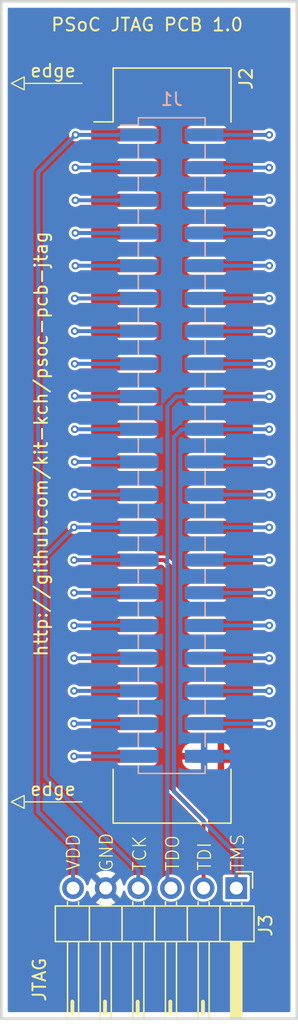
<source format=kicad_pcb>
(kicad_pcb (version 20241229) (generator "pcbnew") (generator_version "9.0")
  (layers (0 "F.Cu" signal) (2 "B.Cu" signal) (13 "F.Paste" user) (15 "B.Paste" user) (5 "F.SilkS" user "F.Silkscreen") (7 "B.SilkS" user "B.Silkscreen") (1 "F.Mask" user) (3 "B.Mask" user) (25 "Edge.Cuts" user))
  (net 0 "")
  (net 1 "/WIRE_5")
  (net 2 "/WIRE_37")
  (net 3 "/WIRE_29")
  (net 4 "/WIRE_14")
  (net 5 "/WIRE_38")
  (net 6 "/WIRE_34")
  (net 7 "/WIRE_23")
  (net 8 "/WIRE_8")
  (net 9 "/WIRE_2")
  (net 10 "/WIRE_24")
  (net 11 "/WIRE_4")
  (net 12 "/GND")
  (net 13 "/WIRE_21")
  (net 14 "/WIRE_7")
  (net 15 "/WIRE_9")
  (net 16 "/TMS")
  (net 17 "/WIRE_16")
  (net 18 "/WIRE_39")
  (net 19 "/WIRE_13")
  (net 20 "/TCK")
  (net 21 "/WIRE_10")
  (net 22 "/WIRE_33")
  (net 23 "/WIRE_36")
  (net 24 "/WIRE_12")
  (net 25 "/WIRE_28")
  (net 26 "/VDD")
  (net 27 "/WIRE_26")
  (net 28 "/WIRE_32")
  (net 29 "/WIRE_17")
  (net 30 "/WIRE_11")
  (net 31 "/WIRE_19")
  (net 32 "/WIRE_30")
  (net 33 "/TDI")
  (net 34 "/TDO")
  (net 35 "/WIRE_6")
  (net 36 "/WIRE_15")
  (net 37 "/WIRE_31")
  (net 38 "/WIRE_22")
  (net 39 "/WIRE_35")
  (net 40 "/WIRE_3")
  (footprint "Connector_PinHeader_2.54mm:PinHeader_1x06_P2.54mm_Horizontal" (layer "F.Cu") (at 98.9838 88.9762 -90)
    (property "Reference" "J3" (at 2.8956 -2.286 90) (layer "F.SilkS"))
    (property "Value" "JTAG" (at 7.112 15.3162 90) (layer "F.SilkS"))
    (fp_line (start 1.39 14.08) (end 4.15 14.08) (stroke (width 0.12)) (layer "F.SilkS"))
    (fp_line (start 4.15 14.08) (end 4.15 -1.38) (stroke (width 0.12)) (layer "F.SilkS"))
    (fp_line (start 1.077358 13.13) (end 1.39 13.13) (stroke (width 0.12)) (layer "F.SilkS"))
    (fp_line (start 10.15 13.13) (end 4.15 13.13) (stroke (width 0.12)) (layer "F.SilkS"))
    (fp_line (start 1.077358 12.27) (end 1.39 12.27) (stroke (width 0.12)) (layer "F.SilkS"))
    (fp_line (start 4.15 12.27) (end 10.15 12.27) (stroke (width 0.12)) (layer "F.SilkS"))
    (fp_line (start 10.15 12.27) (end 10.15 13.13) (stroke (width 0.12)) (layer "F.SilkS"))
    (fp_line (start 1.39 11.43) (end 4.15 11.43) (stroke (width 0.12)) (layer "F.SilkS"))
    (fp_line (start 1.077358 10.59) (end 1.39 10.59) (stroke (width 0.12)) (layer "F.SilkS"))
    (fp_line (start 10.15 10.59) (end 4.15 10.59) (stroke (width 0.12)) (layer "F.SilkS"))
    (fp_line (start 1.077358 9.73) (end 1.39 9.73) (stroke (width 0.12)) (layer "F.SilkS"))
    (fp_line (start 4.15 9.73) (end 10.15 9.73) (stroke (width 0.12)) (layer "F.SilkS"))
    (fp_line (start 10.15 9.73) (end 10.15 10.59) (stroke (width 0.12)) (layer "F.SilkS"))
    (fp_line (start 1.39 8.89) (end 4.15 8.89) (stroke (width 0.12)) (layer "F.SilkS"))
    (fp_line (start 1.077358 8.05) (end 1.39 8.05) (stroke (width 0.12)) (layer "F.SilkS"))
    (fp_line (start 10.15 8.05) (end 4.15 8.05) (stroke (width 0.12)) (layer "F.SilkS"))
    (fp_line (start 1.077358 7.19) (end 1.39 7.19) (stroke (width 0.12)) (layer "F.SilkS"))
    (fp_line (start 4.15 7.19) (end 10.15 7.19) (stroke (width 0.12)) (layer "F.SilkS"))
    (fp_line (start 10.15 7.19) (end 10.15 8.05) (stroke (width 0.12)) (layer "F.SilkS"))
    (fp_line (start 1.39 6.35) (end 4.15 6.35) (stroke (width 0.12)) (layer "F.SilkS"))
    (fp_line (start 1.077358 5.51) (end 1.39 5.51) (stroke (width 0.12)) (layer "F.SilkS"))
    (fp_line (start 10.15 5.51) (end 4.15 5.51) (stroke (width 0.12)) (layer "F.SilkS"))
    (fp_line (start 1.077358 4.65) (end 1.39 4.65) (stroke (width 0.12)) (layer "F.SilkS"))
    (fp_line (start 4.15 4.65) (end 10.15 4.65) (stroke (width 0.12)) (layer "F.SilkS"))
    (fp_line (start 10.15 4.65) (end 10.15 5.51) (stroke (width 0.12)) (layer "F.SilkS"))
    (fp_line (start 1.39 3.81) (end 4.15 3.81) (stroke (width 0.12)) (layer "F.SilkS"))
    (fp_line (start 1.077358 2.97) (end 1.39 2.97) (stroke (width 0.12)) (layer "F.SilkS"))
    (fp_line (start 10.15 2.97) (end 4.15 2.97) (stroke (width 0.12)) (layer "F.SilkS"))
    (fp_line (start 1.077358 2.11) (end 1.39 2.11) (stroke (width 0.12)) (layer "F.SilkS"))
    (fp_line (start 4.15 2.11) (end 10.15 2.11) (stroke (width 0.12)) (layer "F.SilkS"))
    (fp_line (start 10.15 2.11) (end 10.15 2.97) (stroke (width 0.12)) (layer "F.SilkS"))
    (fp_line (start 1.39 1.27) (end 4.15 1.27) (stroke (width 0.12)) (layer "F.SilkS"))
    (fp_line (start 1.16 0.43) (end 1.39 0.43) (stroke (width 0.12)) (layer "F.SilkS"))
    (fp_line (start -1.27 0) (end -1.27 -1.27) (stroke (width 0.12)) (layer "F.SilkS"))
    (fp_line (start 1.16 -0.43) (end 1.39 -0.43) (stroke (width 0.12)) (layer "F.SilkS"))
    (fp_line (start -1.27 -1.27) (end 0 -1.27) (stroke (width 0.12)) (layer "F.SilkS"))
    (fp_line (start 1.39 -1.38) (end 1.39 14.08) (stroke (width 0.12)) (layer "F.SilkS"))
    (fp_line (start 4.15 -1.38) (end 1.39 -1.38) (stroke (width 0.12)) (layer "F.SilkS"))
    (fp_rect (start 4.15 -0.43) (end 10.15 0.43) (stroke (width 0.12)) (fill yes) (layer "F.SilkS"))
    (pad "1" thru_hole rect (at 0 0 270) (size 1.7 1.7) (drill 1) (layers "*.Cu" "*.Mask") (net 16 "/TMS"))
    (pad "2" thru_hole circle (at 0 2.54 270) (size 1.7 1.7) (drill 1) (layers "*.Cu" "*.Mask") (net 33 "/TDI"))
    (pad "3" thru_hole circle (at 0 5.08 270) (size 1.7 1.7) (drill 1) (layers "*.Cu" "*.Mask") (net 34 "/TDO"))
    (pad "4" thru_hole circle (at 0 7.62 270) (size 1.7 1.7) (drill 1) (layers "*.Cu" "*.Mask") (net 20 "/TCK"))
    (pad "5" thru_hole circle (at 0 10.16 270) (size 1.7 1.7) (drill 1) (layers "*.Cu" "*.Mask") (net 12 "/GND"))
    (pad "6" thru_hole circle (at 0 12.7 270) (size 1.7 1.7) (drill 1) (layers "*.Cu" "*.Mask") (net 26 "/VDD"))
  )
  (footprint "Connector_IDC:IDC-Header_2x20_P2.54mm_Vertical_SMD" (layer "F.Cu") (at 93.99 54.61)
    (property "Reference" "J2" (at 5.7558 -28.4988 270) (layer "F.SilkS"))
    (property "Value" "OUT")
    (fp_line (start -4.585 -29.32) (end 4.585 -29.32) (stroke (width 0.12)) (layer "F.SilkS"))
    (fp_line (start -4.585 -25.14) (end -6.085 -25.14) (stroke (width 0.12)) (layer "F.SilkS"))
    (fp_line (start -4.585 -25.14) (end -4.585 -29.32) (stroke (width 0.12)) (layer "F.SilkS"))
    (fp_line (start -4.585 25.14) (end -4.585 29.32) (stroke (width 0.12)) (layer "F.SilkS"))
    (fp_line (start -4.585 29.32) (end 4.585 29.32) (stroke (width 0.12)) (layer "F.SilkS"))
    (fp_line (start 4.585 -29.32) (end 4.585 -25.14) (stroke (width 0.12)) (layer "F.SilkS"))
    (fp_line (start 4.585 29.32) (end 4.585 25.14) (stroke (width 0.12)) (layer "F.SilkS"))
    (pad "1" smd roundrect (at -3.8 -24.13) (size 5 1.02) (layers "F.Cu" "F.Mask" "F.Paste") (roundrect_rratio 0.245098) (net 26 "/VDD"))
    (pad "2" smd roundrect (at 3.8 -24.13) (size 5 1.02) (layers "F.Cu" "F.Mask" "F.Paste") (roundrect_rratio 0.245098) (net 9 "/WIRE_2"))
    (pad "3" smd roundrect (at -3.8 -21.59) (size 5 1.02) (layers "F.Cu" "F.Mask" "F.Paste") (roundrect_rratio 0.245098) (net 40 "/WIRE_3"))
    (pad "4" smd roundrect (at 3.8 -21.59) (size 5 1.02) (layers "F.Cu" "F.Mask" "F.Paste") (roundrect_rratio 0.245098) (net 11 "/WIRE_4"))
    (pad "5" smd roundrect (at -3.8 -19.05) (size 5 1.02) (layers "F.Cu" "F.Mask" "F.Paste") (roundrect_rratio 0.245098) (net 1 "/WIRE_5"))
    (pad "6" smd roundrect (at 3.8 -19.05) (size 5 1.02) (layers "F.Cu" "F.Mask" "F.Paste") (roundrect_rratio 0.245098) (net 35 "/WIRE_6"))
    (pad "7" smd roundrect (at -3.8 -16.51) (size 5 1.02) (layers "F.Cu" "F.Mask" "F.Paste") (roundrect_rratio 0.245098) (net 14 "/WIRE_7"))
    (pad "8" smd roundrect (at 3.8 -16.51) (size 5 1.02) (layers "F.Cu" "F.Mask" "F.Paste") (roundrect_rratio 0.245098) (net 8 "/WIRE_8"))
    (pad "9" smd roundrect (at -3.8 -13.97) (size 5 1.02) (layers "F.Cu" "F.Mask" "F.Paste") (roundrect_rratio 0.245098) (net 15 "/WIRE_9"))
    (pad "10" smd roundrect (at 3.8 -13.97) (size 5 1.02) (layers "F.Cu" "F.Mask" "F.Paste") (roundrect_rratio 0.245098) (net 21 "/WIRE_10"))
    (pad "11" smd roundrect (at -3.8 -11.43) (size 5 1.02) (layers "F.Cu" "F.Mask" "F.Paste") (roundrect_rratio 0.245098) (net 30 "/WIRE_11"))
    (pad "12" smd roundrect (at 3.8 -11.43) (size 5 1.02) (layers "F.Cu" "F.Mask" "F.Paste") (roundrect_rratio 0.245098) (net 24 "/WIRE_12"))
    (pad "13" smd roundrect (at -3.8 -8.89) (size 5 1.02) (layers "F.Cu" "F.Mask" "F.Paste") (roundrect_rratio 0.245098) (net 19 "/WIRE_13"))
    (pad "14" smd roundrect (at 3.8 -8.89) (size 5 1.02) (layers "F.Cu" "F.Mask" "F.Paste") (roundrect_rratio 0.245098) (net 4 "/WIRE_14"))
    (pad "15" smd roundrect (at -3.8 -6.35) (size 5 1.02) (layers "F.Cu" "F.Mask" "F.Paste") (roundrect_rratio 0.245098) (net 36 "/WIRE_15"))
    (pad "16" smd roundrect (at 3.8 -6.35) (size 5 1.02) (layers "F.Cu" "F.Mask" "F.Paste") (roundrect_rratio 0.245098) (net 17 "/WIRE_16"))
    (pad "17" smd roundrect (at -3.8 -3.81) (size 5 1.02) (layers "F.Cu" "F.Mask" "F.Paste") (roundrect_rratio 0.245098) (net 29 "/WIRE_17"))
    (pad "18" smd roundrect (at 3.8 -3.81) (size 5 1.02) (layers "F.Cu" "F.Mask" "F.Paste") (roundrect_rratio 0.245098) (net 34 "/TDO"))
    (pad "19" smd roundrect (at -3.8 -1.27) (size 5 1.02) (layers "F.Cu" "F.Mask" "F.Paste") (roundrect_rratio 0.245098) (net 31 "/WIRE_19"))
    (pad "20" smd roundrect (at 3.8 -1.27) (size 5 1.02) (layers "F.Cu" "F.Mask" "F.Paste") (roundrect_rratio 0.245098) (net 16 "/TMS"))
    (pad "21" smd roundrect (at -3.8 1.27) (size 5 1.02) (layers "F.Cu" "F.Mask" "F.Paste") (roundrect_rratio 0.245098) (net 13 "/WIRE_21"))
    (pad "22" smd roundrect (at 3.8 1.27) (size 5 1.02) (layers "F.Cu" "F.Mask" "F.Paste") (roundrect_rratio 0.245098) (net 38 "/WIRE_22"))
    (pad "23" smd roundrect (at -3.8 3.81) (size 5 1.02) (layers "F.Cu" "F.Mask" "F.Paste") (roundrect_rratio 0.245098) (net 7 "/WIRE_23"))
    (pad "24" smd roundrect (at 3.8 3.81) (size 5 1.02) (layers "F.Cu" "F.Mask" "F.Paste") (roundrect_rratio 0.245098) (net 10 "/WIRE_24"))
    (pad "25" smd roundrect (at -3.8 6.35) (size 5 1.02) (layers "F.Cu" "F.Mask" "F.Paste") (roundrect_rratio 0.245098) (net 20 "/TCK"))
    (pad "26" smd roundrect (at 3.8 6.35) (size 5 1.02) (layers "F.Cu" "F.Mask" "F.Paste") (roundrect_rratio 0.245098) (net 27 "/WIRE_26"))
    (pad "27" smd roundrect (at -3.8 8.89) (size 5 1.02) (layers "F.Cu" "F.Mask" "F.Paste") (roundrect_rratio 0.245098) (net 33 "/TDI"))
    (pad "28" smd roundrect (at 3.8 8.89) (size 5 1.02) (layers "F.Cu" "F.Mask" "F.Paste") (roundrect_rratio 0.245098) (net 25 "/WIRE_28"))
    (pad "29" smd roundrect (at -3.8 11.43) (size 5 1.02) (layers "F.Cu" "F.Mask" "F.Paste") (roundrect_rratio 0.245098) (net 3 "/WIRE_29"))
    (pad "30" smd roundrect (at 3.8 11.43) (size 5 1.02) (layers "F.Cu" "F.Mask" "F.Paste") (roundrect_rratio 0.245098) (net 32 "/WIRE_30"))
    (pad "31" smd roundrect (at -3.8 13.97) (size 5 1.02) (layers "F.Cu" "F.Mask" "F.Paste") (roundrect_rratio 0.245098) (net 37 "/WIRE_31"))
    (pad "32" smd roundrect (at 3.8 13.97) (size 5 1.02) (layers "F.Cu" "F.Mask" "F.Paste") (roundrect_rratio 0.245098) (net 28 "/WIRE_32"))
    (pad "33" smd roundrect (at -3.8 16.51) (size 5 1.02) (layers "F.Cu" "F.Mask" "F.Paste") (roundrect_rratio 0.245098) (net 22 "/WIRE_33"))
    (pad "34" smd roundrect (at 3.8 16.51) (size 5 1.02) (layers "F.Cu" "F.Mask" "F.Paste") (roundrect_rratio 0.245098) (net 6 "/WIRE_34"))
    (pad "35" smd roundrect (at -3.8 19.05) (size 5 1.02) (layers "F.Cu" "F.Mask" "F.Paste") (roundrect_rratio 0.245098) (net 39 "/WIRE_35"))
    (pad "36" smd roundrect (at 3.8 19.05) (size 5 1.02) (layers "F.Cu" "F.Mask" "F.Paste") (roundrect_rratio 0.245098) (net 23 "/WIRE_36"))
    (pad "37" smd roundrect (at -3.8 21.59) (size 5 1.02) (layers "F.Cu" "F.Mask" "F.Paste") (roundrect_rratio 0.245098) (net 2 "/WIRE_37"))
    (pad "38" smd roundrect (at 3.8 21.59) (size 5 1.02) (layers "F.Cu" "F.Mask" "F.Paste") (roundrect_rratio 0.245098) (net 5 "/WIRE_38"))
    (pad "39" smd roundrect (at -3.8 24.13) (size 5 1.02) (layers "F.Cu" "F.Mask" "F.Paste") (roundrect_rratio 0.245098) (net 18 "/WIRE_39"))
    (pad "40" smd roundrect (at 3.8 24.13) (size 5 1.02) (layers "F.Cu" "F.Mask" "F.Paste") (roundrect_rratio 0.245098) (net 12 "/GND"))
  )
  (footprint "Connector_PinSocket_2.54mm:PinSocket_2x20_P2.54mm_Vertical_SMD" (layer "B.Cu") (at 93.96 54.61 180)
    (property "Reference" "J1" (at 0 26.9 0) (layer "B.SilkS") (effects (justify mirror)))
    (property "Value" "IN")
    (fp_line (start 2.6 25.46) (end 2.6 24.89) (stroke (width 0.12)) (layer "B.SilkS"))
    (fp_line (start 2.6 24.89) (end 3.96 24.89) (stroke (width 0.12)) (layer "B.SilkS"))
    (fp_line (start 2.6 23.37) (end 2.6 22.35) (stroke (width 0.12)) (layer "B.SilkS"))
    (fp_line (start 2.6 20.83) (end 2.6 19.81) (stroke (width 0.12)) (layer "B.SilkS"))
    (fp_line (start 2.6 18.29) (end 2.6 17.27) (stroke (width 0.12)) (layer "B.SilkS"))
    (fp_line (start 2.6 15.75) (end 2.6 14.73) (stroke (width 0.12)) (layer "B.SilkS"))
    (fp_line (start 2.6 13.21) (end 2.6 12.19) (stroke (width 0.12)) (layer "B.SilkS"))
    (fp_line (start 2.6 10.67) (end 2.6 9.65) (stroke (width 0.12)) (layer "B.SilkS"))
    (fp_line (start 2.6 8.13) (end 2.6 7.11) (stroke (width 0.12)) (layer "B.SilkS"))
    (fp_line (start 2.6 5.59) (end 2.6 4.57) (stroke (width 0.12)) (layer "B.SilkS"))
    (fp_line (start 2.6 3.05) (end 2.6 2.03) (stroke (width 0.12)) (layer "B.SilkS"))
    (fp_line (start 2.6 0.51) (end 2.6 -0.51) (stroke (width 0.12)) (layer "B.SilkS"))
    (fp_line (start 2.6 -2.03) (end 2.6 -3.05) (stroke (width 0.12)) (layer "B.SilkS"))
    (fp_line (start 2.6 -4.57) (end 2.6 -5.59) (stroke (width 0.12)) (layer "B.SilkS"))
    (fp_line (start 2.6 -7.11) (end 2.6 -8.13) (stroke (width 0.12)) (layer "B.SilkS"))
    (fp_line (start 2.6 -9.65) (end 2.6 -10.67) (stroke (width 0.12)) (layer "B.SilkS"))
    (fp_line (start 2.6 -12.19) (end 2.6 -13.21) (stroke (width 0.12)) (layer "B.SilkS"))
    (fp_line (start 2.6 -14.73) (end 2.6 -15.75) (stroke (width 0.12)) (layer "B.SilkS"))
    (fp_line (start 2.6 -17.27) (end 2.6 -18.29) (stroke (width 0.12)) (layer "B.SilkS"))
    (fp_line (start 2.6 -19.81) (end 2.6 -20.83) (stroke (width 0.12)) (layer "B.SilkS"))
    (fp_line (start 2.6 -22.35) (end 2.6 -23.37) (stroke (width 0.12)) (layer "B.SilkS"))
    (fp_line (start 2.6 -24.89) (end 2.6 -25.46) (stroke (width 0.12)) (layer "B.SilkS"))
    (fp_line (start -2.6 25.46) (end 2.6 25.46) (stroke (width 0.12)) (layer "B.SilkS"))
    (fp_line (start -2.6 25.46) (end -2.6 24.89) (stroke (width 0.12)) (layer "B.SilkS"))
    (fp_line (start -2.6 23.37) (end -2.6 22.35) (stroke (width 0.12)) (layer "B.SilkS"))
    (fp_line (start -2.6 20.83) (end -2.6 19.81) (stroke (width 0.12)) (layer "B.SilkS"))
    (fp_line (start -2.6 18.29) (end -2.6 17.27) (stroke (width 0.12)) (layer "B.SilkS"))
    (fp_line (start -2.6 15.75) (end -2.6 14.73) (stroke (width 0.12)) (layer "B.SilkS"))
    (fp_line (start -2.6 13.21) (end -2.6 12.19) (stroke (width 0.12)) (layer "B.SilkS"))
    (fp_line (start -2.6 10.67) (end -2.6 9.65) (stroke (width 0.12)) (layer "B.SilkS"))
    (fp_line (start -2.6 8.13) (end -2.6 7.11) (stroke (width 0.12)) (layer "B.SilkS"))
    (fp_line (start -2.6 5.59) (end -2.6 4.57) (stroke (width 0.12)) (layer "B.SilkS"))
    (fp_line (start -2.6 3.05) (end -2.6 2.03) (stroke (width 0.12)) (layer "B.SilkS"))
    (fp_line (start -2.6 0.51) (end -2.6 -0.51) (stroke (width 0.12)) (layer "B.SilkS"))
    (fp_line (start -2.6 -2.03) (end -2.6 -3.05) (stroke (width 0.12)) (layer "B.SilkS"))
    (fp_line (start -2.6 -4.57) (end -2.6 -5.59) (stroke (width 0.12)) (layer "B.SilkS"))
    (fp_line (start -2.6 -7.11) (end -2.6 -8.13) (stroke (width 0.12)) (layer "B.SilkS"))
    (fp_line (start -2.6 -9.65) (end -2.6 -10.67) (stroke (width 0.12)) (layer "B.SilkS"))
    (fp_line (start -2.6 -12.19) (end -2.6 -13.21) (stroke (width 0.12)) (layer "B.SilkS"))
    (fp_line (start -2.6 -14.73) (end -2.6 -15.75) (stroke (width 0.12)) (layer "B.SilkS"))
    (fp_line (start -2.6 -17.27) (end -2.6 -18.29) (stroke (width 0.12)) (layer "B.SilkS"))
    (fp_line (start -2.6 -19.81) (end -2.6 -20.83) (stroke (width 0.12)) (layer "B.SilkS"))
    (fp_line (start -2.6 -22.35) (end -2.6 -23.37) (stroke (width 0.12)) (layer "B.SilkS"))
    (fp_line (start -2.6 -24.89) (end -2.6 -25.46) (stroke (width 0.12)) (layer "B.SilkS"))
    (fp_line (start -2.6 -25.46) (end 2.6 -25.46) (stroke (width 0.12)) (layer "B.SilkS"))
    (pad "1" smd rect (at 2.52 24.13 180) (size 3 1) (layers "B.Cu" "B.Mask" "B.Paste") (net 26 "/VDD"))
    (pad "2" smd rect (at -2.52 24.13 180) (size 3 1) (layers "B.Cu" "B.Mask" "B.Paste") (net 9 "/WIRE_2"))
    (pad "3" smd rect (at 2.52 21.59 180) (size 3 1) (layers "B.Cu" "B.Mask" "B.Paste") (net 40 "/WIRE_3"))
    (pad "4" smd rect (at -2.52 21.59 180) (size 3 1) (layers "B.Cu" "B.Mask" "B.Paste") (net 11 "/WIRE_4"))
    (pad "5" smd rect (at 2.52 19.05 180) (size 3 1) (layers "B.Cu" "B.Mask" "B.Paste") (net 1 "/WIRE_5"))
    (pad "6" smd rect (at -2.52 19.05 180) (size 3 1) (layers "B.Cu" "B.Mask" "B.Paste") (net 35 "/WIRE_6"))
    (pad "7" smd rect (at 2.52 16.51 180) (size 3 1) (layers "B.Cu" "B.Mask" "B.Paste") (net 14 "/WIRE_7"))
    (pad "8" smd rect (at -2.52 16.51 180) (size 3 1) (layers "B.Cu" "B.Mask" "B.Paste") (net 8 "/WIRE_8"))
    (pad "9" smd rect (at 2.52 13.97 180) (size 3 1) (layers "B.Cu" "B.Mask" "B.Paste") (net 15 "/WIRE_9"))
    (pad "10" smd rect (at -2.52 13.97 180) (size 3 1) (layers "B.Cu" "B.Mask" "B.Paste") (net 21 "/WIRE_10"))
    (pad "11" smd rect (at 2.52 11.43 180) (size 3 1) (layers "B.Cu" "B.Mask" "B.Paste") (net 30 "/WIRE_11"))
    (pad "12" smd rect (at -2.52 11.43 180) (size 3 1) (layers "B.Cu" "B.Mask" "B.Paste") (net 24 "/WIRE_12"))
    (pad "13" smd rect (at 2.52 8.89 180) (size 3 1) (layers "B.Cu" "B.Mask" "B.Paste") (net 19 "/WIRE_13"))
    (pad "14" smd rect (at -2.52 8.89 180) (size 3 1) (layers "B.Cu" "B.Mask" "B.Paste") (net 4 "/WIRE_14"))
    (pad "15" smd rect (at 2.52 6.35 180) (size 3 1) (layers "B.Cu" "B.Mask" "B.Paste") (net 36 "/WIRE_15"))
    (pad "16" smd rect (at -2.52 6.35 180) (size 3 1) (layers "B.Cu" "B.Mask" "B.Paste") (net 17 "/WIRE_16"))
    (pad "17" smd rect (at 2.52 3.81 180) (size 3 1) (layers "B.Cu" "B.Mask" "B.Paste") (net 29 "/WIRE_17"))
    (pad "18" smd rect (at -2.52 3.81 180) (size 3 1) (layers "B.Cu" "B.Mask" "B.Paste") (net 34 "/TDO"))
    (pad "19" smd rect (at 2.52 1.27 180) (size 3 1) (layers "B.Cu" "B.Mask" "B.Paste") (net 31 "/WIRE_19"))
    (pad "20" smd rect (at -2.52 1.27 180) (size 3 1) (layers "B.Cu" "B.Mask" "B.Paste") (net 16 "/TMS"))
    (pad "21" smd rect (at 2.52 -1.27 180) (size 3 1) (layers "B.Cu" "B.Mask" "B.Paste") (net 13 "/WIRE_21"))
    (pad "22" smd rect (at -2.52 -1.27 180) (size 3 1) (layers "B.Cu" "B.Mask" "B.Paste") (net 38 "/WIRE_22"))
    (pad "23" smd rect (at 2.52 -3.81 180) (size 3 1) (layers "B.Cu" "B.Mask" "B.Paste") (net 7 "/WIRE_23"))
    (pad "24" smd rect (at -2.52 -3.81 180) (size 3 1) (layers "B.Cu" "B.Mask" "B.Paste") (net 10 "/WIRE_24"))
    (pad "25" smd rect (at 2.52 -6.35 180) (size 3 1) (layers "B.Cu" "B.Mask" "B.Paste") (net 20 "/TCK"))
    (pad "26" smd rect (at -2.52 -6.35 180) (size 3 1) (layers "B.Cu" "B.Mask" "B.Paste") (net 27 "/WIRE_26"))
    (pad "27" smd rect (at 2.52 -8.89 180) (size 3 1) (layers "B.Cu" "B.Mask" "B.Paste") (net 33 "/TDI"))
    (pad "28" smd rect (at -2.52 -8.89 180) (size 3 1) (layers "B.Cu" "B.Mask" "B.Paste") (net 25 "/WIRE_28"))
    (pad "29" smd rect (at 2.52 -11.43 180) (size 3 1) (layers "B.Cu" "B.Mask" "B.Paste") (net 3 "/WIRE_29"))
    (pad "30" smd rect (at -2.52 -11.43 180) (size 3 1) (layers "B.Cu" "B.Mask" "B.Paste") (net 32 "/WIRE_30"))
    (pad "31" smd rect (at 2.52 -13.97 180) (size 3 1) (layers "B.Cu" "B.Mask" "B.Paste") (net 37 "/WIRE_31"))
    (pad "32" smd rect (at -2.52 -13.97 180) (size 3 1) (layers "B.Cu" "B.Mask" "B.Paste") (net 28 "/WIRE_32"))
    (pad "33" smd rect (at 2.52 -16.51 180) (size 3 1) (layers "B.Cu" "B.Mask" "B.Paste") (net 22 "/WIRE_33"))
    (pad "34" smd rect (at -2.52 -16.51 180) (size 3 1) (layers "B.Cu" "B.Mask" "B.Paste") (net 6 "/WIRE_34"))
    (pad "35" smd rect (at 2.52 -19.05 180) (size 3 1) (layers "B.Cu" "B.Mask" "B.Paste") (net 39 "/WIRE_35"))
    (pad "36" smd rect (at -2.52 -19.05 180) (size 3 1) (layers "B.Cu" "B.Mask" "B.Paste") (net 23 "/WIRE_36"))
    (pad "37" smd rect (at 2.52 -21.59 180) (size 3 1) (layers "B.Cu" "B.Mask" "B.Paste") (net 2 "/WIRE_37"))
    (pad "38" smd rect (at -2.52 -21.59 180) (size 3 1) (layers "B.Cu" "B.Mask" "B.Paste") (net 5 "/WIRE_38"))
    (pad "39" smd rect (at 2.52 -24.13 180) (size 3 1) (layers "B.Cu" "B.Mask" "B.Paste") (net 18 "/WIRE_39"))
    (pad "40" smd rect (at -2.52 -24.13 180) (size 3 1) (layers "B.Cu" "B.Mask" "B.Paste") (net 12 "/GND"))
  )
  (gr_line (start 81.48 26.48) (end 82.48 25.98) (stroke (width 0.1)) (layer "F.SilkS"))
  (gr_line (start 82.48 26.98) (end 81.48 26.48) (stroke (width 0.1)) (layer "F.SilkS"))
  (gr_line (start 82.48 25.98) (end 82.48 26.98) (stroke (width 0.1)) (layer "F.SilkS"))
  (gr_line (start 91.313 97.79) (end 91.313 98.679) (stroke (width 0.3)) (layer "F.SilkS"))
  (gr_line (start 98.933 97.79) (end 98.933 98.679) (stroke (width 0.3)) (layer "F.SilkS"))
  (gr_line (start 88.773 97.79) (end 88.773 98.679) (stroke (width 0.3)) (layer "F.SilkS"))
  (gr_line (start 82.48 81.78) (end 82.48 82.78) (stroke (width 0.1)) (layer "F.SilkS"))
  (gr_line (start 82.48 26.48) (end 86.98 26.48) (stroke (width 0.1)) (layer "F.SilkS"))
  (gr_line (start 93.853 97.79) (end 93.853 98.679) (stroke (width 0.3)) (layer "F.SilkS"))
  (gr_line (start 81.48 82.28) (end 82.48 81.78) (stroke (width 0.1)) (layer "F.SilkS"))
  (gr_line (start 86.233 97.79) (end 86.233 98.679) (stroke (width 0.3)) (layer "F.SilkS"))
  (gr_line (start 82.48 82.28) (end 86.98 82.28) (stroke (width 0.1)) (layer "F.SilkS"))
  (gr_line (start 82.48 82.78) (end 81.48 82.28) (stroke (width 0.1)) (layer "F.SilkS"))
  (gr_line (start 96.393 97.79) (end 96.393 98.679) (stroke (width 0.3)) (layer "F.SilkS"))
  (gr_rect (start 80.6986 20.1054) (end 103.6986 99.1054) (stroke (width 0.2)) (fill no) (layer "Edge.Cuts"))
  (gr_text "edge" (at 84.73 26.08 0) (layer "F.SilkS") (effects (font (size 1 1)) (justify bottom)))
  (gr_text "VDD" (at 86.8934 87.6808 90) (layer "F.SilkS") (effects (font (size 1 1) (thickness 0.1)) (justify left bottom)))
  (gr_text "TCK" (at 92.0496 87.7316 90) (layer "F.SilkS") (effects (font (size 1 1) (thickness 0.1)) (justify left bottom)))
  (gr_text "http://github.com/kit-kch/psoc-pcb-jtag" (at 84.38 54.48 90) (layer "F.SilkS") (effects (font (size 1 1)) (justify bottom)))
  (gr_text "PSoC JTAG PCB 1.0" (at 92.0496 22.5044 0) (layer "F.SilkS") (effects (font (size 1 1)) (justify bottom)))
  (gr_text "TDO" (at 94.615 87.7316 90) (layer "F.SilkS") (effects (font (size 1 1) (thickness 0.1)) (justify left bottom)))
  (gr_text "TDI" (at 97.1042 87.7062 90) (layer "F.SilkS") (effects (font (size 1 1) (thickness 0.1)) (justify left bottom)))
  (gr_text "GND" (at 89.4588 87.7824 90) (layer "F.SilkS") (effects (font (size 1 1) (thickness 0.1)) (justify left bottom)))
  (gr_text "edge" (at 84.73 81.88 0) (layer "F.SilkS") (effects (font (size 1 1)) (justify bottom)))
  (gr_text "TMS" (at 99.6696 87.6808 90) (layer "F.SilkS") (effects (font (size 1 1) (thickness 0.1)) (justify left bottom)))
  (segment (start 90.19 35.56) (end 86.4616 35.56) (width 0.3048) (layer "F.Cu") (net 1))
  (via (at 86.4616 35.56) (size 0.6) (drill 0.3) (layers "F.Cu" "B.Cu") (net 1))
  (segment (start 86.4616 35.56) (end 91.44 35.56) (width 0.3048) (layer "B.Cu") (net 1))
  (segment (start 90.19 76.2) (end 86.36 76.2) (width 0.3048) (layer "F.Cu") (net 2))
  (via (at 86.36 76.2) (size 0.6) (drill 0.3) (layers "F.Cu" "B.Cu") (net 2))
  (segment (start 86.36 76.2) (end 91.44 76.2) (width 0.3048) (layer "B.Cu") (net 2))
  (segment (start 90.19 66.04) (end 86.36 66.04) (width 0.3048) (layer "F.Cu") (net 3))
  (via (at 86.36 66.04) (size 0.6) (drill 0.3) (layers "F.Cu" "B.Cu") (net 3))
  (segment (start 86.36 66.04) (end 91.44 66.04) (width 0.3048) (layer "B.Cu") (net 3))
  (segment (start 97.79 45.72) (end 101.5492 45.72) (width 0.3048) (layer "F.Cu") (net 4))
  (via (at 101.5492 45.72) (size 0.6) (drill 0.3) (layers "F.Cu" "B.Cu") (net 4))
  (segment (start 101.5492 45.72) (end 96.48 45.72) (width 0.3048) (layer "B.Cu") (net 4))
  (segment (start 97.79 76.2) (end 101.5492 76.2) (width 0.3048) (layer "F.Cu") (net 5))
  (via (at 101.5492 76.2) (size 0.6) (drill 0.3) (layers "F.Cu" "B.Cu") (net 5))
  (segment (start 101.5492 76.2) (end 96.48 76.2) (width 0.3048) (layer "B.Cu") (net 5))
  (segment (start 97.79 71.12) (end 101.5492 71.12) (width 0.3048) (layer "F.Cu") (net 6))
  (via (at 101.5492 71.12) (size 0.6) (drill 0.3) (layers "F.Cu" "B.Cu") (net 6))
  (segment (start 101.5492 71.12) (end 96.48 71.12) (width 0.3048) (layer "B.Cu") (net 6))
  (segment (start 90.19 58.42) (end 86.4108 58.42) (width 0.3048) (layer "F.Cu") (net 7))
  (via (at 86.4108 58.42) (size 0.6) (drill 0.3) (layers "F.Cu" "B.Cu") (net 7))
  (segment (start 86.4108 58.42) (end 91.44 58.42) (width 0.3048) (layer "B.Cu") (net 7))
  (segment (start 97.79 38.1) (end 101.5492 38.1) (width 0.3048) (layer "F.Cu") (net 8))
  (via (at 101.5492 38.1) (size 0.6) (drill 0.3) (layers "F.Cu" "B.Cu") (net 8))
  (segment (start 101.5492 38.1) (end 96.48 38.1) (width 0.3048) (layer "B.Cu") (net 8))
  (segment (start 97.79 30.48) (end 101.5492 30.48) (width 0.3048) (layer "F.Cu") (net 9))
  (via (at 101.5492 30.48) (size 0.6) (drill 0.3) (layers "F.Cu" "B.Cu") (net 9))
  (segment (start 101.5492 30.48) (end 96.48 30.48) (width 0.3048) (layer "B.Cu") (net 9))
  (segment (start 97.79 58.42) (end 101.5492 58.42) (width 0.3048) (layer "F.Cu") (net 10))
  (via (at 101.5492 58.42) (size 0.6) (drill 0.3) (layers "F.Cu" "B.Cu") (net 10))
  (segment (start 101.5492 58.42) (end 96.48 58.42) (width 0.3048) (layer "B.Cu") (net 10))
  (segment (start 97.79 33.02) (end 101.5492 33.02) (width 0.3048) (layer "F.Cu") (net 11))
  (via (at 101.5492 33.02) (size 0.6) (drill 0.3) (layers "F.Cu" "B.Cu") (net 11))
  (segment (start 101.5492 33.02) (end 96.48 33.02) (width 0.3048) (layer "B.Cu") (net 11))
  (segment (start 90.19 55.88) (end 86.4108 55.88) (width 0.3048) (layer "F.Cu") (net 13))
  (via (at 86.4108 55.88) (size 0.6) (drill 0.3) (layers "F.Cu" "B.Cu") (net 13))
  (segment (start 86.4108 55.88) (end 91.44 55.88) (width 0.3048) (layer "B.Cu") (net 13))
  (segment (start 90.19 38.1) (end 86.4616 38.1) (width 0.3048) (layer "F.Cu") (net 14))
  (via (at 86.4616 38.1) (size 0.6) (drill 0.3) (layers "F.Cu" "B.Cu") (net 14))
  (segment (start 86.4616 38.1) (end 91.44 38.1) (width 0.3048) (layer "B.Cu") (net 14))
  (segment (start 90.19 40.64) (end 86.4616 40.64) (width 0.3048) (layer "F.Cu") (net 15))
  (via (at 86.4616 40.64) (size 0.6) (drill 0.3) (layers "F.Cu" "B.Cu") (net 15))
  (segment (start 86.4616 40.64) (end 91.44 40.64) (width 0.3048) (layer "B.Cu") (net 15))
  (segment (start 97.79 53.34) (end 101.5492 53.34) (width 0.3048) (layer "F.Cu") (net 16))
  (via (at 101.5492 53.34) (size 0.6) (drill 0.3) (layers "F.Cu" "B.Cu") (net 16))
  (segment (start 98.98 88.98) (end 98.98 86.3308) (width 0.3048) (layer "B.Cu") (net 16))
  (segment (start 98.98 86.3308) (end 94.1324 81.4832) (width 0.3048) (layer "B.Cu") (net 16))
  (segment (start 94.1324 81.4832) (end 94.1324 53.9496) (width 0.3048) (layer "B.Cu") (net 16))
  (segment (start 94.742 53.34) (end 96.48 53.34) (width 0.3048) (layer "B.Cu") (net 16))
  (segment (start 94.1324 53.9496) (end 94.742 53.34) (width 0.3048) (layer "B.Cu") (net 16))
  (segment (start 101.5492 53.34) (end 96.48 53.34) (width 0.3048) (layer "B.Cu") (net 16))
  (segment (start 97.79 48.26) (end 101.5492 48.26) (width 0.3048) (layer "F.Cu") (net 17))
  (via (at 101.5492 48.26) (size 0.6) (drill 0.3) (layers "F.Cu" "B.Cu") (net 17))
  (segment (start 101.5492 48.26) (end 96.48 48.26) (width 0.3048) (layer "B.Cu") (net 17))
  (segment (start 90.19 78.74) (end 86.36 78.74) (width 0.3048) (layer "F.Cu") (net 18))
  (via (at 86.36 78.74) (size 0.6) (drill 0.3) (layers "F.Cu" "B.Cu") (net 18))
  (segment (start 86.36 78.74) (end 91.44 78.74) (width 0.3048) (layer "B.Cu") (net 18))
  (segment (start 90.19 45.72) (end 86.4108 45.72) (width 0.3048) (layer "F.Cu") (net 19))
  (via (at 86.4108 45.72) (size 0.6) (drill 0.3) (layers "F.Cu" "B.Cu") (net 19))
  (segment (start 86.4108 45.72) (end 91.44 45.72) (width 0.3048) (layer "B.Cu") (net 19))
  (segment (start 90.19 60.96) (end 86.36 60.96) (width 0.3048) (layer "F.Cu") (net 20))
  (via (at 86.36 60.96) (size 0.6) (drill 0.3) (layers "F.Cu" "B.Cu") (net 20))
  (segment (start 86.36 60.96) (end 91.44 60.96) (width 0.3048) (layer "B.Cu") (net 20))
  (segment (start 91.36 88.98) (end 91.36 87.6008) (width 0.3048) (layer "B.Cu") (net 20))
  (segment (start 91.36 87.6008) (end 84.1248 80.3656) (width 0.3048) (layer "B.Cu") (net 20))
  (segment (start 84.1248 80.3656) (end 84.1248 63.1952) (width 0.3048) (layer "B.Cu") (net 20))
  (segment (start 84.1248 63.1952) (end 86.36 60.96) (width 0.3048) (layer "B.Cu") (net 20))
  (segment (start 97.79 40.64) (end 101.5492 40.64) (width 0.3048) (layer "F.Cu") (net 21))
  (via (at 101.5492 40.64) (size 0.6) (drill 0.3) (layers "F.Cu" "B.Cu") (net 21))
  (segment (start 101.5492 40.64) (end 96.48 40.64) (width 0.3048) (layer "B.Cu") (net 21))
  (segment (start 90.19 71.12) (end 86.36 71.12) (width 0.3048) (layer "F.Cu") (net 22))
  (via (at 86.36 71.12) (size 0.6) (drill 0.3) (layers "F.Cu" "B.Cu") (net 22))
  (segment (start 86.36 71.12) (end 91.44 71.12) (width 0.3048) (layer "B.Cu") (net 22))
  (segment (start 97.79 73.66) (end 101.5492 73.66) (width 0.3048) (layer "F.Cu") (net 23))
  (via (at 101.5492 73.66) (size 0.6) (drill 0.3) (layers "F.Cu" "B.Cu") (net 23))
  (segment (start 101.5492 73.66) (end 96.48 73.66) (width 0.3048) (layer "B.Cu") (net 23))
  (segment (start 97.79 43.18) (end 101.5492 43.18) (width 0.3048) (layer "F.Cu") (net 24))
  (via (at 101.5492 43.18) (size 0.6) (drill 0.3) (layers "F.Cu" "B.Cu") (net 24))
  (segment (start 101.5492 43.18) (end 96.48 43.18) (width 0.3048) (layer "B.Cu") (net 24))
  (segment (start 97.79 63.5) (end 101.5492 63.5) (width 0.3048) (layer "F.Cu") (net 25))
  (via (at 101.5492 63.5) (size 0.6) (drill 0.3) (layers "F.Cu" "B.Cu") (net 25))
  (segment (start 101.5492 63.5) (end 96.48 63.5) (width 0.3048) (layer "B.Cu") (net 25))
  (segment (start 90.19 30.48) (end 86.48 30.48) (width 0.3048) (layer "F.Cu") (net 26))
  (via (at 86.48 30.48) (size 0.6) (drill 0.3) (layers "F.Cu" "B.Cu") (net 26))
  (segment (start 86.28 85.772) (end 83.566 83.058) (width 0.3048) (layer "B.Cu") (net 26))
  (segment (start 83.566 33.394) (end 86.48 30.48) (width 0.3048) (layer "B.Cu") (net 26))
  (segment (start 83.566 83.058) (end 83.566 33.394) (width 0.3048) (layer "B.Cu") (net 26))
  (segment (start 86.48 30.48) (end 91.44 30.48) (width 0.3048) (layer "B.Cu") (net 26))
  (segment (start 86.28 88.98) (end 86.28 85.772) (width 0.3048) (layer "B.Cu") (net 26))
  (segment (start 97.79 60.96) (end 101.5492 60.96) (width 0.3048) (layer "F.Cu") (net 27))
  (via (at 101.5492 60.96) (size 0.6) (drill 0.3) (layers "F.Cu" "B.Cu") (net 27))
  (segment (start 101.5492 60.96) (end 96.48 60.96) (width 0.3048) (layer "B.Cu") (net 27))
  (segment (start 97.79 68.58) (end 101.5492 68.58) (width 0.3048) (layer "F.Cu") (net 28))
  (via (at 101.5492 68.58) (size 0.6) (drill 0.3) (layers "F.Cu" "B.Cu") (net 28))
  (segment (start 101.5492 68.58) (end 96.48 68.58) (width 0.3048) (layer "B.Cu") (net 28))
  (segment (start 90.19 50.8) (end 86.4616 50.8) (width 0.3048) (layer "F.Cu") (net 29))
  (segment (start 86.4616 50.8) (end 86.4108 50.7492) (width 0.3048) (layer "F.Cu") (net 29))
  (via (at 86.4108 50.7492) (size 0.6) (drill 0.3) (layers "F.Cu" "B.Cu") (net 29))
  (segment (start 86.4616 50.8) (end 91.44 50.8) (width 0.3048) (layer "B.Cu") (net 29))
  (segment (start 86.4108 50.7492) (end 86.4616 50.8) (width 0.3048) (layer "B.Cu") (net 29))
  (segment (start 90.19 43.18) (end 86.4108 43.18) (width 0.3048) (layer "F.Cu") (net 30))
  (via (at 86.4108 43.18) (size 0.6) (drill 0.3) (layers "F.Cu" "B.Cu") (net 30))
  (segment (start 86.4108 43.18) (end 91.44 43.18) (width 0.3048) (layer "B.Cu") (net 30))
  (segment (start 90.19 53.34) (end 86.4108 53.34) (width 0.3048) (layer "F.Cu") (net 31))
  (via (at 86.4108 53.34) (size 0.6) (drill 0.3) (layers "F.Cu" "B.Cu") (net 31))
  (segment (start 86.4108 53.34) (end 91.44 53.34) (width 0.3048) (layer "B.Cu") (net 31))
  (segment (start 97.79 66.04) (end 101.5492 66.04) (width 0.3048) (layer "F.Cu") (net 32))
  (via (at 101.5492 66.04) (size 0.6) (drill 0.3) (layers "F.Cu" "B.Cu") (net 32))
  (segment (start 101.5492 66.04) (end 96.48 66.04) (width 0.3048) (layer "B.Cu") (net 32))
  (segment (start 93.9292 64.0588) (end 93.3704 63.5) (width 0.3048) (layer "F.Cu") (net 33))
  (segment (start 93.3704 63.5) (end 90.19 63.5) (width 0.3048) (layer "F.Cu") (net 33))
  (segment (start 93.9292 81.2292) (end 93.9292 64.0588) (width 0.3048) (layer "F.Cu") (net 33))
  (segment (start 96.44 88.98) (end 96.44 83.74) (width 0.3048) (layer "F.Cu") (net 33))
  (segment (start 90.19 63.5) (end 86.36 63.5) (width 0.3048) (layer "F.Cu") (net 33))
  (segment (start 96.44 83.74) (end 93.9292 81.2292) (width 0.3048) (layer "F.Cu") (net 33))
  (via (at 86.36 63.5) (size 0.6) (drill 0.3) (layers "F.Cu" "B.Cu") (net 33))
  (segment (start 86.36 63.5) (end 91.44 63.5) (width 0.3048) (layer "B.Cu") (net 33))
  (segment (start 97.79 50.8) (end 101.5492 50.8) (width 0.3048) (layer "F.Cu") (net 34))
  (via (at 101.5492 50.8) (size 0.6) (drill 0.3) (layers "F.Cu" "B.Cu") (net 34))
  (segment (start 94.3356 50.8) (end 96.48 50.8) (width 0.3048) (layer "B.Cu") (net 34))
  (segment (start 93.6244 51.5112) (end 94.3356 50.8) (width 0.3048) (layer "B.Cu") (net 34))
  (segment (start 101.5492 50.8) (end 96.48 50.8) (width 0.3048) (layer "B.Cu") (net 34))
  (segment (start 93.6244 88.7044) (end 93.6244 51.5112) (width 0.3048) (layer "B.Cu") (net 34))
  (segment (start 93.9 88.98) (end 93.6244 88.7044) (width 0.3048) (layer "B.Cu") (net 34))
  (segment (start 97.79 35.56) (end 101.5492 35.56) (width 0.3048) (layer "F.Cu") (net 35))
  (via (at 101.5492 35.56) (size 0.6) (drill 0.3) (layers "F.Cu" "B.Cu") (net 35))
  (segment (start 101.5492 35.56) (end 96.48 35.56) (width 0.3048) (layer "B.Cu") (net 35))
  (segment (start 90.19 48.26) (end 86.4108 48.26) (width 0.3048) (layer "F.Cu") (net 36))
  (via (at 86.4108 48.26) (size 0.6) (drill 0.3) (layers "F.Cu" "B.Cu") (net 36))
  (segment (start 86.4108 48.26) (end 91.44 48.26) (width 0.3048) (layer "B.Cu") (net 36))
  (segment (start 90.19 68.58) (end 86.36 68.58) (width 0.3048) (layer "F.Cu") (net 37))
  (via (at 86.36 68.58) (size 0.6) (drill 0.3) (layers "F.Cu" "B.Cu") (net 37))
  (segment (start 86.36 68.58) (end 91.44 68.58) (width 0.3048) (layer "B.Cu") (net 37))
  (segment (start 97.79 55.88) (end 101.5492 55.88) (width 0.3048) (layer "F.Cu") (net 38))
  (via (at 101.5492 55.88) (size 0.6) (drill 0.3) (layers "F.Cu" "B.Cu") (net 38))
  (segment (start 101.5492 55.88) (end 96.48 55.88) (width 0.3048) (layer "B.Cu") (net 38))
  (segment (start 90.19 73.66) (end 86.36 73.66) (width 0.3048) (layer "F.Cu") (net 39))
  (via (at 86.36 73.66) (size 0.6) (drill 0.3) (layers "F.Cu" "B.Cu") (net 39))
  (segment (start 86.36 73.66) (end 91.44 73.66) (width 0.3048) (layer "B.Cu") (net 39))
  (segment (start 90.19 33.02) (end 86.4616 33.02) (width 0.3048) (layer "F.Cu") (net 40))
  (via (at 86.4616 33.02) (size 0.6) (drill 0.3) (layers "F.Cu" "B.Cu") (net 40))
  (segment (start 86.4616 33.02) (end 91.44 33.02) (width 0.3048) (layer "B.Cu") (net 40))
  (zone (net 12) (net_name "/GND") (layers "F.Cu" "B.Cu") (connect_pads (clearance 0.2)) (min_thickness 0.2) (fill yes (thermal_gap 0.508) (thermal_bridge_width 0.508))
    (polygon (pts (xy 103.705 99.1054) (xy 80.6986 99.1054) (xy 80.6986 20.1054) (xy 103.705 20.1054)))
  )
)
</source>
